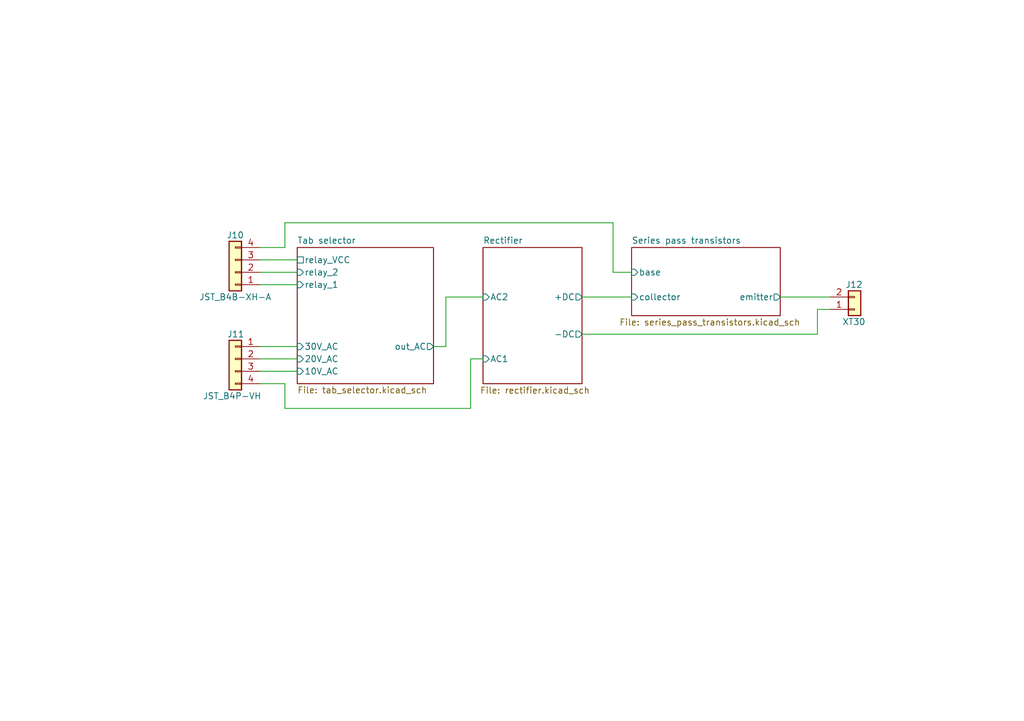
<source format=kicad_sch>
(kicad_sch (version 20231120) (generator "eeschema") (generator_version "8.0")
  (paper "A5")
  (title_block (title "DW3005T-power-board") (date "2024-02-26") (rev "1.0.0") (company "Dominik Workshop"))
  (lib_symbols
    (symbol "Connector_Generic:Conn_01x02" (pin_names (offset 1.016) hide)
      (property "Reference" "J" (at 0 2.54 0))
      (property "Value" "Conn_01x02" (at 0 -5.08 0))
      (symbol "Conn_01x02_1_1"
        (rectangle (start -1.27 -2.413) (end 0 -2.667) (stroke (width 0.1524)))
        (rectangle (start -1.27 0.127) (end 0 -0.127) (stroke (width 0.1524)))
        (rectangle (start -1.27 1.27) (end 1.27 -3.81) (stroke (width 0.254)) (fill (type background)))
        (pin passive line (at -5.08 0 0) (length 3.81) (name "Pin_1") (number "1"))
        (pin passive line (at -5.08 -2.54 0) (length 3.81) (name "Pin_2") (number "2"))
      )
    )
    (symbol "Connector_Generic:Conn_01x04" (pin_names (offset 1.016) hide)
      (property "Reference" "J" (at 0 5.08 0))
      (property "Value" "Conn_01x04" (at 0 -7.62 0))
      (symbol "Conn_01x04_1_1"
        (rectangle (start -1.27 -4.953) (end 0 -5.207) (stroke (width 0.1524)))
        (rectangle (start -1.27 -2.413) (end 0 -2.667) (stroke (width 0.1524)))
        (rectangle (start -1.27 0.127) (end 0 -0.127) (stroke (width 0.1524)))
        (rectangle (start -1.27 2.667) (end 0 2.413) (stroke (width 0.1524)))
        (rectangle (start -1.27 3.81) (end 1.27 -6.35) (stroke (width 0.254)) (fill (type background)))
        (pin passive line (at -5.08 2.54 0) (length 3.81) (name "Pin_1") (number "1"))
        (pin passive line (at -5.08 0 0) (length 3.81) (name "Pin_2") (number "2"))
        (pin passive line (at -5.08 -2.54 0) (length 3.81) (name "Pin_3") (number "3"))
        (pin passive line (at -5.08 -5.08 0) (length 3.81) (name "Pin_4") (number "4"))
      )
    )
  )
  (wire (pts (xy 119.38 60.96) (xy 129.54 60.96)))
  (wire (pts (xy 129.54 55.88) (xy 125.73 55.88)))
  (wire (pts (xy 88.9 71.12) (xy 91.44 71.12)))
  (wire (pts (xy 119.38 68.58) (xy 167.64 68.58)))
  (wire (pts (xy 99.06 73.66) (xy 96.52 73.66)))
  (wire (pts (xy 53.34 71.12) (xy 60.96 71.12)))
  (wire (pts (xy 160.02 60.96) (xy 170.18 60.96)))
  (wire (pts (xy 53.34 55.88) (xy 60.96 55.88)))
  (wire (pts (xy 125.73 55.88) (xy 125.73 45.72)))
  (wire (pts (xy 53.34 73.66) (xy 60.96 73.66)))
  (wire (pts (xy 91.44 60.96) (xy 91.44 71.12)))
  (wire (pts (xy 58.42 78.74) (xy 58.42 83.82)))
  (wire (pts (xy 53.34 58.42) (xy 60.96 58.42)))
  (wire (pts (xy 96.52 83.82) (xy 58.42 83.82)))
  (wire (pts (xy 167.64 63.5) (xy 167.64 68.58)))
  (wire (pts (xy 125.73 45.72) (xy 58.42 45.72)))
  (wire (pts (xy 53.34 53.34) (xy 60.96 53.34)))
  (wire (pts (xy 58.42 78.74) (xy 53.34 78.74)))
  (wire (pts (xy 58.42 45.72) (xy 58.42 50.8)))
  (wire (pts (xy 53.34 76.2) (xy 60.96 76.2)))
  (wire (pts (xy 96.52 73.66) (xy 96.52 83.82)))
  (wire (pts (xy 99.06 60.96) (xy 91.44 60.96)))
  (wire (pts (xy 58.42 50.8) (xy 53.34 50.8)))
  (wire (pts (xy 170.18 63.5) (xy 167.64 63.5)))
  (symbol (lib_id "Connector_Generic:Conn_01x02") (at 175.26 63.5 0) (mirror x) (unit 1)
    (property "Reference" "J12" (at 173.355 58.42 0) (effects (justify left)))
    (property "Value" "XT30" (at 172.72 66.04 0) (effects (justify left)))
    (property "Footprint" "Connector_AMASS:AMASS_XT30U-F_1x02_P5.0mm_Vertical" (effects (hide yes)))
  )
  (symbol (lib_id "Connector_Generic:Conn_01x04") (at 48.26 73.66 0) (mirror y) (unit 1)
    (property "Reference" "J11" (at 50.165 68.58 0) (effects (justify left)))
    (property "Value" "JST_B4P-VH " (at 54.61 81.28 0) (effects (justify left)))
    (property "Footprint" "Connector_JST:JST_VH_B4P-VH_1x04_P3.96mm_Vertical" (effects (hide yes)))
  )
  (symbol (lib_id "Connector_Generic:Conn_01x04") (at 48.26 55.88 180) (unit 1)
    (property "Reference" "J10" (at 48.26 48.26 0))
    (property "Value" "JST_B4B-XH-A" (at 48.26 60.96 0))
    (property "Footprint" "Connector_JST:JST_XH_B4B-XH-A_1x04_P2.50mm_Vertical" (effects (hide yes)))
  )
  (sheet (at 60.96 50.8) (size 27.94 27.94) (stroke (width 0.1524))
    (property "Sheetname" "Tab selector" (at 60.96 50.0884 0) (effects (justify left bottom)))
    (property "Sheetfile" "tab_selector.kicad_sch" (at 60.96 79.3246 0) (effects (justify left top)))
    (pin "out_AC" output (at 88.9 71.12 0))
    (pin "20V_AC" input (at 60.96 73.66 180))
    (pin "10V_AC" input (at 60.96 76.2 180))
    (pin "30V_AC" input (at 60.96 71.12 180))
    (pin "relay_VCC" passive (at 60.96 53.34 180))
    (pin "relay_1" input (at 60.96 58.42 180))
    (pin "relay_2" input (at 60.96 55.88 180))
  )
  (sheet (at 99.06 50.8) (size 20.32 27.94) (stroke (width 0.1524))
    (property "Sheetname" "Rectifier" (at 99.06 50.0884 0) (effects (justify left bottom)))
    (property "Sheetfile" "rectifier.kicad_sch" (at 98.425 79.375 0) (effects (justify left top)))
    (pin "AC1" input (at 99.06 73.66 180))
    (pin "AC2" input (at 99.06 60.96 180))
    (pin "+DC" output (at 119.38 60.96 0))
    (pin "-DC" output (at 119.38 68.58 0))
  )
  (sheet (at 129.54 50.8) (size 30.48 13.97) (stroke (width 0.1524))
    (property "Sheetname" "Series pass transistors" (at 129.54 50.0884 0) (effects (justify left bottom)))
    (property "Sheetfile" "series_pass_transistors.kicad_sch" (at 127 65.405 0) (effects (justify left top)))
    (pin "collector" input (at 129.54 60.96 180))
    (pin "base" input (at 129.54 55.88 180))
    (pin "emitter" output (at 160.02 60.96 0))
  )
)
</source>
